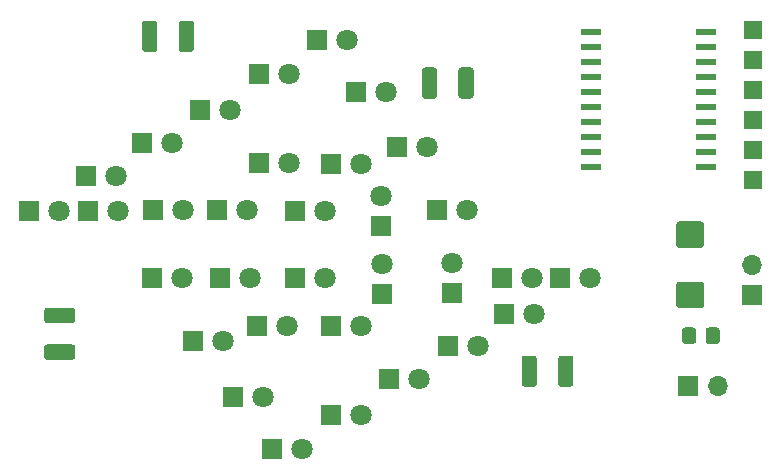
<source format=gbr>
%TF.GenerationSoftware,KiCad,Pcbnew,(5.1.7)-1*%
%TF.CreationDate,2020-11-20T15:05:24+02:00*%
%TF.ProjectId,ymp2,796d7032-2e6b-4696-9361-645f70636258,rev?*%
%TF.SameCoordinates,Original*%
%TF.FileFunction,Soldermask,Top*%
%TF.FilePolarity,Negative*%
%FSLAX46Y46*%
G04 Gerber Fmt 4.6, Leading zero omitted, Abs format (unit mm)*
G04 Created by KiCad (PCBNEW (5.1.7)-1) date 2020-11-20 15:05:24*
%MOMM*%
%LPD*%
G01*
G04 APERTURE LIST*
%ADD10R,1.524000X1.524000*%
%ADD11R,1.750000X0.600000*%
%ADD12R,1.800000X1.800000*%
%ADD13C,1.800000*%
%ADD14R,1.700000X1.700000*%
%ADD15O,1.700000X1.700000*%
G04 APERTURE END LIST*
D10*
%TO.C,P1*%
X120050000Y-123280000D03*
X120050000Y-125820000D03*
X120050000Y-128360000D03*
X120050000Y-130900000D03*
X120050000Y-133440000D03*
X120050000Y-135980000D03*
%TD*%
D11*
%TO.C,IC1*%
X106377000Y-134874000D03*
X106377000Y-133604000D03*
X106377000Y-132334000D03*
X106377000Y-131064000D03*
X106377000Y-129794000D03*
X106377000Y-128524000D03*
X106377000Y-127254000D03*
X106377000Y-125984000D03*
X106377000Y-124714000D03*
X106377000Y-123444000D03*
X116127000Y-123444000D03*
X116127000Y-124714000D03*
X116127000Y-125984000D03*
X116127000Y-127254000D03*
X116127000Y-134874000D03*
X116127000Y-133604000D03*
X116127000Y-132334000D03*
X116127000Y-131064000D03*
X116127000Y-129794000D03*
X116127000Y-128524000D03*
%TD*%
D12*
%TO.C,D9*%
X63630000Y-135640000D03*
D13*
X66170000Y-135640000D03*
%TD*%
%TO.C,D11*%
X66300000Y-138560000D03*
D12*
X63760000Y-138560000D03*
%TD*%
%TO.C,D12*%
X69280000Y-138550000D03*
D13*
X71820000Y-138550000D03*
%TD*%
%TO.C,D13*%
X77210000Y-138550000D03*
D12*
X74670000Y-138550000D03*
%TD*%
D13*
%TO.C,D16*%
X88560000Y-137320000D03*
D12*
X88560000Y-139860000D03*
%TD*%
%TO.C,D7*%
X73280000Y-130040000D03*
D13*
X75820000Y-130040000D03*
%TD*%
%TO.C,D6*%
X80770000Y-127000000D03*
D12*
X78230000Y-127000000D03*
%TD*%
D13*
%TO.C,D1*%
X83820000Y-138560000D03*
D12*
X81280000Y-138560000D03*
%TD*%
%TO.C,D3*%
X89920000Y-133220000D03*
D13*
X92460000Y-133220000D03*
%TD*%
%TO.C,D4*%
X89020000Y-128530000D03*
D12*
X86480000Y-128530000D03*
%TD*%
%TO.C,D2*%
X93340000Y-138550000D03*
D13*
X95880000Y-138550000D03*
%TD*%
D12*
%TO.C,D5*%
X83190000Y-124080000D03*
D13*
X85730000Y-124080000D03*
%TD*%
D12*
%TO.C,D29*%
X103750000Y-144280000D03*
D13*
X106290000Y-144280000D03*
%TD*%
D12*
%TO.C,D14*%
X78230000Y-134510000D03*
D13*
X80770000Y-134510000D03*
%TD*%
D14*
%TO.C,P2*%
X114590000Y-153400000D03*
D15*
X117130000Y-153400000D03*
%TD*%
%TO.C,C1*%
G36*
G01*
X113834999Y-139475000D02*
X115685001Y-139475000D01*
G75*
G02*
X115935000Y-139724999I0J-249999D01*
G01*
X115935000Y-141475001D01*
G75*
G02*
X115685001Y-141725000I-249999J0D01*
G01*
X113834999Y-141725000D01*
G75*
G02*
X113585000Y-141475001I0J249999D01*
G01*
X113585000Y-139724999D01*
G75*
G02*
X113834999Y-139475000I249999J0D01*
G01*
G37*
G36*
G01*
X113834999Y-144575000D02*
X115685001Y-144575000D01*
G75*
G02*
X115935000Y-144824999I0J-249999D01*
G01*
X115935000Y-146575001D01*
G75*
G02*
X115685001Y-146825000I-249999J0D01*
G01*
X113834999Y-146825000D01*
G75*
G02*
X113585000Y-146575001I0J249999D01*
G01*
X113585000Y-144824999D01*
G75*
G02*
X113834999Y-144575000I249999J0D01*
G01*
G37*
%TD*%
%TO.C,F1*%
G36*
G01*
X117270000Y-148709999D02*
X117270000Y-149610001D01*
G75*
G02*
X117020001Y-149860000I-249999J0D01*
G01*
X116319999Y-149860000D01*
G75*
G02*
X116070000Y-149610001I0J249999D01*
G01*
X116070000Y-148709999D01*
G75*
G02*
X116319999Y-148460000I249999J0D01*
G01*
X117020001Y-148460000D01*
G75*
G02*
X117270000Y-148709999I0J-249999D01*
G01*
G37*
G36*
G01*
X115270000Y-148709999D02*
X115270000Y-149610001D01*
G75*
G02*
X115020001Y-149860000I-249999J0D01*
G01*
X114319999Y-149860000D01*
G75*
G02*
X114070000Y-149610001I0J249999D01*
G01*
X114070000Y-148709999D01*
G75*
G02*
X114319999Y-148460000I249999J0D01*
G01*
X115020001Y-148460000D01*
G75*
G02*
X115270000Y-148709999I0J-249999D01*
G01*
G37*
%TD*%
%TO.C,R1*%
G36*
G01*
X96440000Y-126695000D02*
X96440000Y-128845000D01*
G75*
G02*
X96190000Y-129095000I-250000J0D01*
G01*
X95390000Y-129095000D01*
G75*
G02*
X95140000Y-128845000I0J250000D01*
G01*
X95140000Y-126695000D01*
G75*
G02*
X95390000Y-126445000I250000J0D01*
G01*
X96190000Y-126445000D01*
G75*
G02*
X96440000Y-126695000I0J-250000D01*
G01*
G37*
G36*
G01*
X93340000Y-126695000D02*
X93340000Y-128845000D01*
G75*
G02*
X93090000Y-129095000I-250000J0D01*
G01*
X92290000Y-129095000D01*
G75*
G02*
X92040000Y-128845000I0J250000D01*
G01*
X92040000Y-126695000D01*
G75*
G02*
X92290000Y-126445000I250000J0D01*
G01*
X93090000Y-126445000D01*
G75*
G02*
X93340000Y-126695000I0J-250000D01*
G01*
G37*
%TD*%
%TO.C,R2*%
G36*
G01*
X69650000Y-122735000D02*
X69650000Y-124885000D01*
G75*
G02*
X69400000Y-125135000I-250000J0D01*
G01*
X68600000Y-125135000D01*
G75*
G02*
X68350000Y-124885000I0J250000D01*
G01*
X68350000Y-122735000D01*
G75*
G02*
X68600000Y-122485000I250000J0D01*
G01*
X69400000Y-122485000D01*
G75*
G02*
X69650000Y-122735000I0J-250000D01*
G01*
G37*
G36*
G01*
X72750000Y-122735000D02*
X72750000Y-124885000D01*
G75*
G02*
X72500000Y-125135000I-250000J0D01*
G01*
X71700000Y-125135000D01*
G75*
G02*
X71450000Y-124885000I0J250000D01*
G01*
X71450000Y-122735000D01*
G75*
G02*
X71700000Y-122485000I250000J0D01*
G01*
X72500000Y-122485000D01*
G75*
G02*
X72750000Y-122735000I0J-250000D01*
G01*
G37*
%TD*%
%TO.C,R3*%
G36*
G01*
X62455000Y-151200000D02*
X60305000Y-151200000D01*
G75*
G02*
X60055000Y-150950000I0J250000D01*
G01*
X60055000Y-150150000D01*
G75*
G02*
X60305000Y-149900000I250000J0D01*
G01*
X62455000Y-149900000D01*
G75*
G02*
X62705000Y-150150000I0J-250000D01*
G01*
X62705000Y-150950000D01*
G75*
G02*
X62455000Y-151200000I-250000J0D01*
G01*
G37*
G36*
G01*
X62455000Y-148100000D02*
X60305000Y-148100000D01*
G75*
G02*
X60055000Y-147850000I0J250000D01*
G01*
X60055000Y-147050000D01*
G75*
G02*
X60305000Y-146800000I250000J0D01*
G01*
X62455000Y-146800000D01*
G75*
G02*
X62705000Y-147050000I0J-250000D01*
G01*
X62705000Y-147850000D01*
G75*
G02*
X62455000Y-148100000I-250000J0D01*
G01*
G37*
%TD*%
%TO.C,R4*%
G36*
G01*
X101780000Y-151085000D02*
X101780000Y-153235000D01*
G75*
G02*
X101530000Y-153485000I-250000J0D01*
G01*
X100730000Y-153485000D01*
G75*
G02*
X100480000Y-153235000I0J250000D01*
G01*
X100480000Y-151085000D01*
G75*
G02*
X100730000Y-150835000I250000J0D01*
G01*
X101530000Y-150835000D01*
G75*
G02*
X101780000Y-151085000I0J-250000D01*
G01*
G37*
G36*
G01*
X104880000Y-151085000D02*
X104880000Y-153235000D01*
G75*
G02*
X104630000Y-153485000I-250000J0D01*
G01*
X103830000Y-153485000D01*
G75*
G02*
X103580000Y-153235000I0J250000D01*
G01*
X103580000Y-151085000D01*
G75*
G02*
X103830000Y-150835000I250000J0D01*
G01*
X104630000Y-150835000D01*
G75*
G02*
X104880000Y-151085000I0J-250000D01*
G01*
G37*
%TD*%
D14*
%TO.C,P3*%
X119980000Y-145680000D03*
D15*
X119980000Y-143140000D03*
%TD*%
D12*
%TO.C,D15*%
X84310000Y-134600000D03*
D13*
X86850000Y-134600000D03*
%TD*%
%TO.C,D17*%
X88650000Y-143060000D03*
D12*
X88650000Y-145600000D03*
%TD*%
%TO.C,D18*%
X84310000Y-148340000D03*
D13*
X86850000Y-148340000D03*
%TD*%
D12*
%TO.C,D19*%
X78100000Y-148350000D03*
D13*
X80640000Y-148350000D03*
%TD*%
D12*
%TO.C,D20*%
X74930000Y-144280000D03*
D13*
X77470000Y-144280000D03*
%TD*%
%TO.C,D21*%
X71750000Y-144270000D03*
D12*
X69210000Y-144270000D03*
%TD*%
D13*
%TO.C,D22*%
X75180000Y-149580000D03*
D12*
X72640000Y-149580000D03*
%TD*%
%TO.C,D23*%
X76080000Y-154310000D03*
D13*
X78620000Y-154310000D03*
%TD*%
%TO.C,D24*%
X81910000Y-158760000D03*
D12*
X79370000Y-158760000D03*
%TD*%
D13*
%TO.C,D25*%
X86870000Y-155830000D03*
D12*
X84330000Y-155830000D03*
%TD*%
%TO.C,D26*%
X89280000Y-152780000D03*
D13*
X91820000Y-152780000D03*
%TD*%
D12*
%TO.C,D27*%
X94250000Y-149990000D03*
D13*
X96790000Y-149990000D03*
%TD*%
%TO.C,D30*%
X101350000Y-144280000D03*
D12*
X98810000Y-144280000D03*
%TD*%
D13*
%TO.C,D32*%
X83820000Y-144280000D03*
D12*
X81280000Y-144280000D03*
%TD*%
%TO.C,D31*%
X94560000Y-145550000D03*
D13*
X94560000Y-143010000D03*
%TD*%
%TO.C,D8*%
X70870000Y-132850000D03*
D12*
X68330000Y-132850000D03*
%TD*%
%TO.C,D10*%
X58800000Y-138560000D03*
D13*
X61340000Y-138560000D03*
%TD*%
D12*
%TO.C,D28*%
X98980000Y-147360000D03*
D13*
X101520000Y-147360000D03*
%TD*%
M02*

</source>
